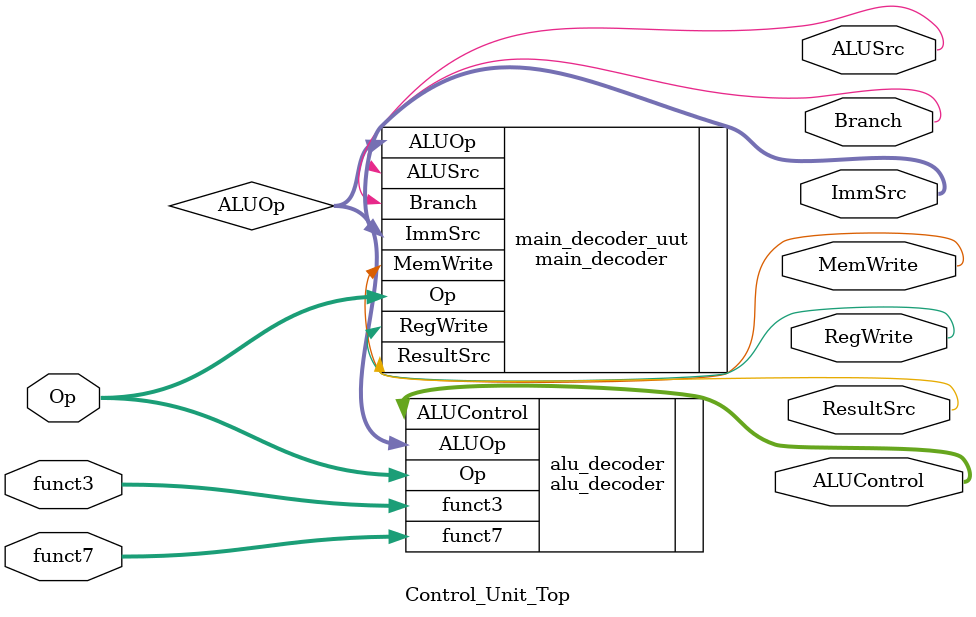
<source format=v>
`timescale 1ns / 1ps


module Control_Unit_Top(
        Op, funct7, funct3, Branch, ResultSrc, MemWrite, ALUSrc, ImmSrc, RegWrite, ALUControl
    );

    input [6:0] Op;
    input [2:0] funct3;
    input [6:0] funct7;

    output Branch;
    output ResultSrc;
    output MemWrite;
    output ALUSrc;
    output RegWrite;
    output [1:0] ImmSrc;
    output [2:0] ALUControl; 

    wire [1:0] ALUOp;

    main_decoder main_decoder_uut (
        .Op(Op), 
        .RegWrite(RegWrite), 
        .MemWrite(MemWrite), 
        .ResultSrc(ResultSrc), 
        .ALUSrc(ALUSrc), 
        .ImmSrc(ImmSrc), 
        .ALUOp(ALUOp), 
        .Branch(Branch)
    );

    alu_decoder alu_decoder (
        .Op(Op), 
        .ALUOp(ALUOp), 
        .funct3(funct3), 
        .funct7(funct7), 
        .ALUControl(ALUControl)
    );

endmodule

</source>
